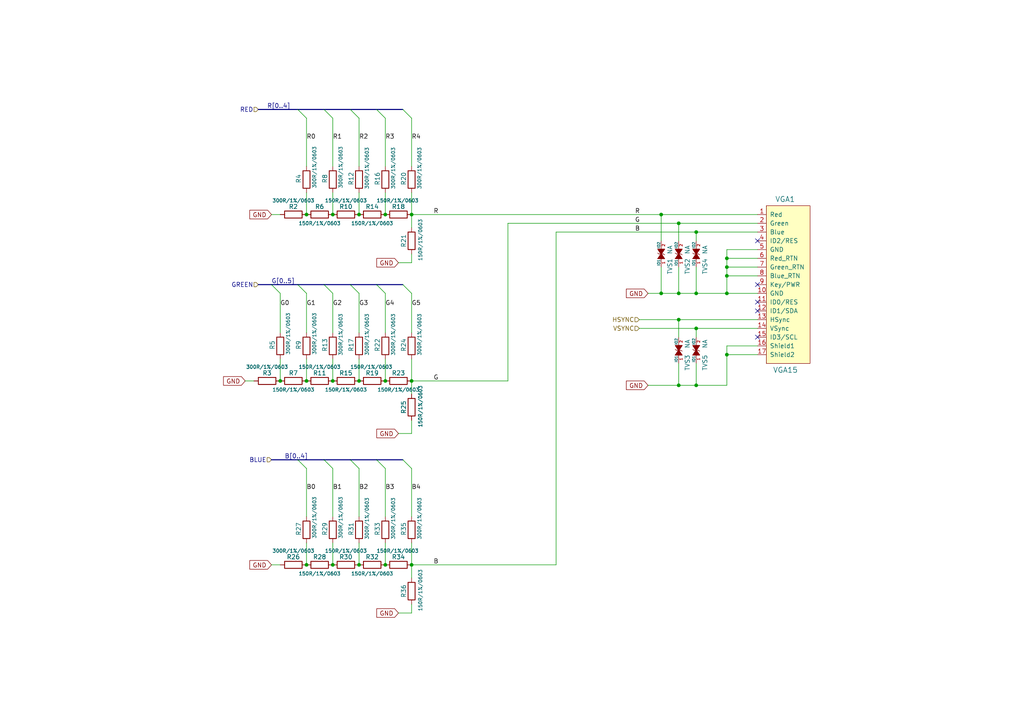
<source format=kicad_sch>
(kicad_sch (version 20231120) (generator "eeschema") (generator_version "8.0")
  (paper "A4")
  (lib_symbols
    (symbol "AgonLight2_Rev_B:GG0402052R542P" (pin_names (offset 0))
      (property "Reference" "TVS" (at -1.27 2.54 0))
      (property "Value" "GG0402052R542P" (at -10.16 -2.54 0))
      (property "Footprint" "OLIMEX_Diodes-FP:D_0402_5MIL_DWS" (at 0 -5.08 0))
      (symbol "GG0402052R542P_0_1"
        (polyline (pts (xy -1.27 -0.635) (xy -1.524 -1.016)))
        (polyline (pts (xy -1.27 -0.635) (xy -1.27 0.635)))
        (polyline (pts (xy -1.27 0.635) (xy -1.016 1.016)))
        (polyline (pts (xy -2.667 1.016) (xy -1.143 0) (xy -2.667 -1.016) (xy -2.667 1.016)) (fill (type outline)))
        (polyline (pts (xy -2.667 1.016) (xy -1.143 0) (xy -2.667 -1.016) (xy -2.667 1.016)) (fill (type outline)))
        (polyline (pts (xy 0.127 -1.016) (xy -1.397 0) (xy 0.127 1.016) (xy 0.127 -1.016)) (fill (type outline)))
        (polyline (pts (xy 0.127 -1.016) (xy -1.397 0) (xy 0.127 1.016) (xy 0.127 -1.016)) (fill (type outline)))
      )
      (symbol "GG0402052R542P_1_1"
        (pin passive line (at -5.08 0 0) (length 2.54) (name "IO1") (number "1"))
        (pin passive line (at 2.54 0 180) (length 2.54) (name "IO2") (number "2"))
      )
    )
    (symbol "AgonLight2_Rev_B:R" (pin_numbers hide) (pin_names (offset 0))
      (property "Reference" "R" (at 0 2.032 0))
      (property "Value" "R" (at 0 0 0))
      (symbol "R_0_1"
        (rectangle (start 2.54 -1.016) (end -2.54 1.016) (stroke (width 0.254)))
      )
      (symbol "R_1_1"
        (pin passive line (at -3.81 0 0) (length 1.27) (name "~") (number "1"))
        (pin passive line (at 3.81 0 180) (length 1.27) (name "~") (number "2"))
      )
    )
    (symbol "AgonLight2_Rev_B:VGA15-F(CD0515S21J0)" (pin_names (offset 1.016))
      (property "Reference" "VGA" (at 0 25.4 0))
      (property "Value" "VGA15-F(CD0515S21J0)" (at 2.54 -25.4 0))
      (symbol "VGA15-F(CD0515S21J0)_0_1"
        (rectangle (start -5.08 22.86) (end 7.62 -22.86) (fill (type background)))
      )
      (symbol "VGA15-F(CD0515S21J0)_1_1"
        (pin bidirectional line (at -7.62 20.32 0) (length 2.54) (name "Red") (number "1"))
        (pin power_in line (at -7.62 -2.54 0) (length 2.54) (name "GND") (number "10"))
        (pin bidirectional line (at -7.62 -5.08 0) (length 2.54) (name "ID0/RES") (number "11"))
        (pin bidirectional line (at -7.62 -7.62 0) (length 2.54) (name "ID1/SDA") (number "12"))
        (pin bidirectional line (at -7.62 -10.16 0) (length 2.54) (name "HSync") (number "13"))
        (pin bidirectional line (at -7.62 -12.7 0) (length 2.54) (name "VSync") (number "14"))
        (pin bidirectional line (at -7.62 -15.24 0) (length 2.54) (name "ID3/SCL") (number "15"))
        (pin input line (at -7.62 -17.78 0) (length 2.54) (name "Shield1") (number "16"))
        (pin input line (at -7.62 -20.32 0) (length 2.54) (name "Shield2") (number "17"))
        (pin bidirectional line (at -7.62 17.78 0) (length 2.54) (name "Green") (number "2"))
        (pin bidirectional line (at -7.62 15.24 0) (length 2.54) (name "Blue") (number "3"))
        (pin bidirectional line (at -7.62 12.7 0) (length 2.54) (name "ID2/RES") (number "4"))
        (pin power_in line (at -7.62 10.16 0) (length 2.54) (name "GND") (number "5"))
        (pin input line (at -7.62 7.62 0) (length 2.54) (name "Red_RTN") (number "6"))
        (pin input line (at -7.62 5.08 0) (length 2.54) (name "Green_RTN") (number "7"))
        (pin input line (at -7.62 2.54 0) (length 2.54) (name "Blue_RTN") (number "8"))
        (pin input line (at -7.62 0 0) (length 2.54) (name "Key/PWR") (number "9"))
      )
    )
  )
  (junction (at 210.82 74.93))
  (junction (at 111.76 62.23))
  (junction (at 191.77 62.23))
  (junction (at 196.85 111.76))
  (junction (at 111.76 110.49))
  (junction (at 210.82 102.87))
  (junction (at 96.52 62.23))
  (junction (at 201.93 111.76))
  (junction (at 104.14 110.49))
  (junction (at 104.14 163.83))
  (junction (at 210.82 80.01))
  (junction (at 196.85 85.09))
  (junction (at 96.52 110.49))
  (junction (at 88.9 62.23))
  (junction (at 88.9 110.49))
  (junction (at 88.9 163.83))
  (junction (at 201.93 85.09))
  (junction (at 96.52 163.83))
  (junction (at 210.82 77.47))
  (junction (at 104.14 62.23))
  (junction (at 81.28 110.49))
  (junction (at 119.38 163.83))
  (junction (at 119.38 110.49))
  (junction (at 196.85 64.77))
  (junction (at 191.77 85.09))
  (junction (at 201.93 95.25))
  (junction (at 196.85 92.71))
  (junction (at 210.82 85.09))
  (junction (at 201.93 67.31))
  (junction (at 119.38 62.23))
  (junction (at 111.76 163.83))
  (no_connect (at 219.71 97.79))
  (no_connect (at 219.71 87.63))
  (no_connect (at 219.71 82.55))
  (no_connect (at 219.71 90.17))
  (no_connect (at 219.71 69.85))
  (bus_entry (at 109.22 133.35) (size 2.54 2.54))
  (bus_entry (at 93.98 31.75) (size 2.54 2.54))
  (bus_entry (at 93.98 133.35) (size 2.54 2.54))
  (bus_entry (at 86.36 133.35) (size 2.54 2.54))
  (bus_entry (at 116.84 31.75) (size 2.54 2.54))
  (bus_entry (at 101.6 133.35) (size 2.54 2.54))
  (bus_entry (at 116.84 82.55) (size 2.54 2.54))
  (bus_entry (at 101.6 82.55) (size 2.54 2.54))
  (bus_entry (at 86.36 82.55) (size 2.54 2.54))
  (bus_entry (at 116.84 133.35) (size 2.54 2.54))
  (bus_entry (at 109.22 31.75) (size 2.54 2.54))
  (bus_entry (at 86.36 31.75) (size 2.54 2.54))
  (bus_entry (at 93.98 82.55) (size 2.54 2.54))
  (bus_entry (at 101.6 31.75) (size 2.54 2.54))
  (bus_entry (at 109.22 82.55) (size 2.54 2.54))
  (bus_entry (at 78.74 82.55) (size 2.54 2.54))
  (bus (pts (xy 86.36 82.55) (xy 93.98 82.55)))
  (wire (pts (xy 147.32 64.77) (xy 196.85 64.77)))
  (wire (pts (xy 73.66 110.49) (xy 71.12 110.49)))
  (wire (pts (xy 96.52 135.89) (xy 96.52 149.86)))
  (wire (pts (xy 196.85 97.79) (xy 196.85 92.71)))
  (wire (pts (xy 210.82 102.87) (xy 210.82 111.76)))
  (wire (pts (xy 219.71 92.71) (xy 196.85 92.71)))
  (bus (pts (xy 101.6 82.55) (xy 109.22 82.55)))
  (wire (pts (xy 219.71 95.25) (xy 201.93 95.25)))
  (wire (pts (xy 201.93 85.09) (xy 210.82 85.09)))
  (wire (pts (xy 210.82 80.01) (xy 210.82 85.09)))
  (wire (pts (xy 210.82 74.93) (xy 219.71 74.93)))
  (wire (pts (xy 191.77 69.85) (xy 191.77 62.23)))
  (wire (pts (xy 210.82 100.33) (xy 219.71 100.33)))
  (wire (pts (xy 161.29 67.31) (xy 201.93 67.31)))
  (wire (pts (xy 111.76 104.14) (xy 111.76 110.49)))
  (wire (pts (xy 96.52 104.14) (xy 96.52 110.49)))
  (bus (pts (xy 109.22 82.55) (xy 116.84 82.55)))
  (wire (pts (xy 119.38 85.09) (xy 119.38 96.52)))
  (wire (pts (xy 88.9 135.89) (xy 88.9 149.86)))
  (wire (pts (xy 191.77 85.09) (xy 196.85 85.09)))
  (wire (pts (xy 111.76 55.88) (xy 111.76 62.23)))
  (wire (pts (xy 191.77 77.47) (xy 191.77 85.09)))
  (wire (pts (xy 96.52 34.29) (xy 96.52 48.26)))
  (wire (pts (xy 196.85 64.77) (xy 219.71 64.77)))
  (wire (pts (xy 88.9 85.09) (xy 88.9 96.52)))
  (wire (pts (xy 119.38 104.14) (xy 119.38 110.49)))
  (wire (pts (xy 210.82 102.87) (xy 219.71 102.87)))
  (wire (pts (xy 119.38 163.83) (xy 161.29 163.83)))
  (wire (pts (xy 210.82 74.93) (xy 210.82 77.47)))
  (wire (pts (xy 104.14 55.88) (xy 104.14 62.23)))
  (wire (pts (xy 81.28 85.09) (xy 81.28 96.52)))
  (wire (pts (xy 104.14 34.29) (xy 104.14 48.26)))
  (wire (pts (xy 88.9 55.88) (xy 88.9 62.23)))
  (bus (pts (xy 86.36 133.35) (xy 93.98 133.35)))
  (wire (pts (xy 161.29 67.31) (xy 161.29 163.83)))
  (bus (pts (xy 101.6 133.35) (xy 109.22 133.35)))
  (wire (pts (xy 196.85 77.47) (xy 196.85 85.09)))
  (wire (pts (xy 115.57 76.2) (xy 119.38 76.2)))
  (wire (pts (xy 187.96 85.09) (xy 191.77 85.09)))
  (wire (pts (xy 119.38 55.88) (xy 119.38 62.23)))
  (wire (pts (xy 210.82 85.09) (xy 219.71 85.09)))
  (wire (pts (xy 104.14 85.09) (xy 104.14 96.52)))
  (wire (pts (xy 115.57 177.8) (xy 119.38 177.8)))
  (wire (pts (xy 96.52 85.09) (xy 96.52 96.52)))
  (wire (pts (xy 187.96 111.76) (xy 196.85 111.76)))
  (wire (pts (xy 88.9 157.48) (xy 88.9 163.83)))
  (wire (pts (xy 210.82 72.39) (xy 219.71 72.39)))
  (wire (pts (xy 119.38 157.48) (xy 119.38 163.83)))
  (wire (pts (xy 219.71 67.31) (xy 201.93 67.31)))
  (wire (pts (xy 81.28 163.83) (xy 78.74 163.83)))
  (wire (pts (xy 201.93 111.76) (xy 210.82 111.76)))
  (wire (pts (xy 115.57 125.73) (xy 119.38 125.73)))
  (wire (pts (xy 119.38 34.29) (xy 119.38 48.26)))
  (wire (pts (xy 210.82 100.33) (xy 210.82 102.87)))
  (wire (pts (xy 81.28 104.14) (xy 81.28 110.49)))
  (wire (pts (xy 201.93 77.47) (xy 201.93 85.09)))
  (wire (pts (xy 210.82 77.47) (xy 219.71 77.47)))
  (bus (pts (xy 93.98 82.55) (xy 101.6 82.55)))
  (wire (pts (xy 119.38 135.89) (xy 119.38 149.86)))
  (wire (pts (xy 88.9 34.29) (xy 88.9 48.26)))
  (wire (pts (xy 196.85 85.09) (xy 201.93 85.09)))
  (wire (pts (xy 210.82 77.47) (xy 210.82 80.01)))
  (bus (pts (xy 74.93 82.55) (xy 78.74 82.55)))
  (wire (pts (xy 119.38 73.66) (xy 119.38 76.2)))
  (wire (pts (xy 196.85 69.85) (xy 196.85 64.77)))
  (wire (pts (xy 119.38 167.64) (xy 119.38 163.83)))
  (wire (pts (xy 119.38 110.49) (xy 147.32 110.49)))
  (bus (pts (xy 101.6 31.75) (xy 109.22 31.75)))
  (wire (pts (xy 210.82 80.01) (xy 219.71 80.01)))
  (wire (pts (xy 119.38 121.92) (xy 119.38 125.73)))
  (wire (pts (xy 201.93 97.79) (xy 201.93 95.25)))
  (bus (pts (xy 109.22 133.35) (xy 116.84 133.35)))
  (wire (pts (xy 104.14 104.14) (xy 104.14 110.49)))
  (wire (pts (xy 111.76 85.09) (xy 111.76 96.52)))
  (bus (pts (xy 93.98 31.75) (xy 101.6 31.75)))
  (wire (pts (xy 88.9 104.14) (xy 88.9 110.49)))
  (bus (pts (xy 74.93 31.75) (xy 86.36 31.75)))
  (bus (pts (xy 93.98 133.35) (xy 101.6 133.35)))
  (wire (pts (xy 201.93 69.85) (xy 201.93 67.31)))
  (bus (pts (xy 109.22 31.75) (xy 116.84 31.75)))
  (bus (pts (xy 78.74 82.55) (xy 86.36 82.55)))
  (wire (pts (xy 210.82 72.39) (xy 210.82 74.93)))
  (bus (pts (xy 78.74 133.35) (xy 86.36 133.35)))
  (wire (pts (xy 185.42 95.25) (xy 201.93 95.25)))
  (wire (pts (xy 111.76 157.48) (xy 111.76 163.83)))
  (wire (pts (xy 196.85 92.71) (xy 185.42 92.71)))
  (wire (pts (xy 201.93 105.41) (xy 201.93 111.76)))
  (wire (pts (xy 81.28 62.23) (xy 78.74 62.23)))
  (bus (pts (xy 86.36 31.75) (xy 93.98 31.75)))
  (wire (pts (xy 219.71 62.23) (xy 191.77 62.23)))
  (wire (pts (xy 96.52 55.88) (xy 96.52 62.23)))
  (wire (pts (xy 196.85 111.76) (xy 201.93 111.76)))
  (wire (pts (xy 104.14 157.48) (xy 104.14 163.83)))
  (wire (pts (xy 104.14 135.89) (xy 104.14 149.86)))
  (wire (pts (xy 119.38 177.8) (xy 119.38 175.26)))
  (wire (pts (xy 147.32 64.77) (xy 147.32 110.49)))
  (wire (pts (xy 111.76 34.29) (xy 111.76 48.26)))
  (wire (pts (xy 111.76 135.89) (xy 111.76 149.86)))
  (wire (pts (xy 119.38 114.3) (xy 119.38 110.49)))
  (wire (pts (xy 196.85 105.41) (xy 196.85 111.76)))
  (wire (pts (xy 119.38 66.04) (xy 119.38 62.23)))
  (wire (pts (xy 96.52 157.48) (xy 96.52 163.83)))
  (wire (pts (xy 119.38 62.23) (xy 191.77 62.23)))
  (label "B" (at 184.15 67.31 0))
  (label "R1" (at 96.52 40.64 0))
  (label "G1" (at 88.9 88.9 0))
  (label "R" (at 184.15 62.23 0))
  (label "R2" (at 104.14 40.64 0))
  (label "R3" (at 111.76 40.64 0))
  (label "G0" (at 81.28 88.9 0))
  (label "B1" (at 96.52 142.24 0))
  (label "B4" (at 119.38 142.24 0))
  (label "G2" (at 96.52 88.9 0))
  (label "G" (at 184.15 64.77 0))
  (label "B" (at 125.73 163.83 0))
  (label "B[0..4]" (at 82.55 133.35 0))
  (label "B2" (at 104.14 142.24 0))
  (label "G5" (at 119.38 88.9 0))
  (label "R0" (at 88.9 40.64 0))
  (label "R4" (at 119.38 40.64 0))
  (label "R" (at 125.73 62.23 0))
  (label "G[0..5]" (at 78.74 82.55 0))
  (label "R[0..4]" (at 77.47 31.75 0))
  (label "G" (at 125.73 110.49 0))
  (label "B3" (at 111.76 142.24 0))
  (label "B0" (at 88.9 142.24 0))
  (label "G4" (at 111.76 88.9 0))
  (label "G3" (at 104.14 88.9 0))
  (global_label "GND" (shape input) (at 187.96 85.09 180) (property "Intersheetrefs" "${INTERSHEET_REFS}" (effects (hide yes))))
  (global_label "GND" (shape input) (at 115.57 177.8 180) (property "Intersheetrefs" "${INTERSHEET_REFS}" (effects (hide yes))))
  (global_label "GND" (shape input) (at 71.12 110.49 180) (property "Intersheetrefs" "${INTERSHEET_REFS}" (effects (hide yes))))
  (global_label "GND" (shape input) (at 78.74 163.83 180) (property "Intersheetrefs" "${INTERSHEET_REFS}" (effects (hide yes))))
  (global_label "GND" (shape input) (at 115.57 76.2 180) (property "Intersheetrefs" "${INTERSHEET_REFS}" (effects (hide yes))))
  (global_label "GND" (shape input) (at 115.57 125.73 180) (property "Intersheetrefs" "${INTERSHEET_REFS}" (effects (hide yes))))
  (global_label "GND" (shape input) (at 187.96 111.76 180) (property "Intersheetrefs" "${INTERSHEET_REFS}" (effects (hide yes))))
  (global_label "GND" (shape input) (at 78.74 62.23 180) (property "Intersheetrefs" "${INTERSHEET_REFS}" (effects (hide yes))))
  (hierarchical_label "RED" (shape input) (at 74.93 31.75 180))
  (hierarchical_label "HSYNC" (shape input) (at 185.42 92.71 180))
  (hierarchical_label "BLUE" (shape input) (at 78.74 133.35 180))
  (hierarchical_label "VSYNC" (shape input) (at 185.42 95.25 180))
  (hierarchical_label "GREEN" (shape input) (at 74.93 82.55 180))
  (symbol (lib_id "AgonLight2_Rev_B:R") (at 119.38 52.07 90) (unit 1)
    (property "Reference" "R20" (at 117.094 51.816 0))
    (property "Value" "300R/1%/0603" (at 121.666 48.768 0) (effects (font (size 1.016 1.016))))
    (property "Footprint" "OLIMEX_RLC-FP:R_0603_5MIL_DWS" (effects (hide yes)))
  )
  (symbol (lib_id "AgonLight2_Rev_B:R") (at 77.47 110.49 0) (unit 1)
    (property "Reference" "R3" (at 77.47 108.204 0))
    (property "Value" "300R/1%/0603" (at 77.47 106.426 0) (effects (font (size 1.016 1.016))))
    (property "Footprint" "OLIMEX_RLC-FP:R_0603_5MIL_DWS" (effects (hide yes)))
  )
  (symbol (lib_id "AgonLight2_Rev_B:GG0402052R542P") (at 196.85 72.39 90) (unit 1)
    (property "Reference" "TVS2" (at 199.39 74.93 0) (effects (justify right)))
    (property "Value" "NA" (at 199.39 71.12 0) (effects (justify right)))
    (property "Footprint" "OLIMEX_Diodes-FP:D_0402_5MIL_DWS" (effects (hide yes)))
  )
  (symbol (lib_id "AgonLight2_Rev_B:R") (at 81.28 100.33 90) (unit 1)
    (property "Reference" "R5" (at 78.994 100.076 0))
    (property "Value" "300R/1%/0603" (at 83.566 96.774 0) (effects (font (size 1.016 1.016))))
    (property "Footprint" "OLIMEX_RLC-FP:R_0603_5MIL_DWS" (effects (hide yes)))
  )
  (symbol (lib_id "AgonLight2_Rev_B:R") (at 111.76 153.67 90) (unit 1)
    (property "Reference" "R33" (at 109.474 153.416 0))
    (property "Value" "300R/1%/0603" (at 114.046 150.368 0) (effects (font (size 1.016 1.016))))
    (property "Footprint" "OLIMEX_RLC-FP:R_0603_5MIL_DWS" (effects (hide yes)))
  )
  (symbol (lib_id "AgonLight2_Rev_B:R") (at 96.52 52.07 90) (unit 1)
    (property "Reference" "R8" (at 94.234 51.816 0))
    (property "Value" "300R/1%/0603" (at 98.806 48.514 0) (effects (font (size 1.016 1.016))))
    (property "Footprint" "OLIMEX_RLC-FP:R_0603_5MIL_DWS" (effects (hide yes)))
  )
  (symbol (lib_id "AgonLight2_Rev_B:R") (at 85.09 163.83 0) (unit 1)
    (property "Reference" "R26" (at 85.09 161.544 0))
    (property "Value" "300R/1%/0603" (at 85.09 159.766 0) (effects (font (size 1.016 1.016))))
    (property "Footprint" "OLIMEX_RLC-FP:R_0603_5MIL_DWS" (effects (hide yes)))
  )
  (symbol (lib_id "AgonLight2_Rev_B:R") (at 85.09 62.23 0) (unit 1)
    (property "Reference" "R2" (at 85.09 59.944 0))
    (property "Value" "300R/1%/0603" (at 85.09 58.166 0) (effects (font (size 1.016 1.016))))
    (property "Footprint" "OLIMEX_RLC-FP:R_0603_5MIL_DWS" (effects (hide yes)))
  )
  (symbol (lib_id "AgonLight2_Rev_B:R") (at 107.95 110.49 0) (unit 1)
    (property "Reference" "R19" (at 107.95 108.204 0))
    (property "Value" "150R/1%/0603" (at 107.696 106.426 0) (effects (font (size 1.016 1.016))))
    (property "Footprint" "OLIMEX_RLC-FP:R_0603_5MIL_DWS" (effects (hide yes)))
  )
  (symbol (lib_id "AgonLight2_Rev_B:R") (at 100.33 62.23 0) (unit 1)
    (property "Reference" "R10" (at 100.33 59.944 0))
    (property "Value" "150R/1%/0603" (at 100.33 58.166 0) (effects (font (size 1.016 1.016))))
    (property "Footprint" "OLIMEX_RLC-FP:R_0603_5MIL_DWS" (effects (hide yes)))
  )
  (symbol (lib_id "AgonLight2_Rev_B:R") (at 115.57 62.23 0) (unit 1)
    (property "Reference" "R18" (at 115.57 59.944 0))
    (property "Value" "150R/1%/0603" (at 115.316 58.166 0) (effects (font (size 1.016 1.016))))
    (property "Footprint" "OLIMEX_RLC-FP:R_0603_5MIL_DWS" (effects (hide yes)))
  )
  (symbol (lib_id "AgonLight2_Rev_B:R") (at 96.52 100.33 90) (unit 1)
    (property "Reference" "R13" (at 94.234 100.076 0))
    (property "Value" "300R/1%/0603" (at 98.806 97.028 0) (effects (font (size 1.016 1.016))))
    (property "Footprint" "OLIMEX_RLC-FP:R_0603_5MIL_DWS" (effects (hide yes)))
  )
  (symbol (lib_id "AgonLight2_Rev_B:R") (at 92.71 62.23 0) (unit 1)
    (property "Reference" "R6" (at 92.71 59.944 0))
    (property "Value" "150R/1%/0603" (at 92.71 64.77 0) (effects (font (size 1.016 1.016))))
    (property "Footprint" "OLIMEX_RLC-FP:R_0603_5MIL_DWS" (effects (hide yes)))
  )
  (symbol (lib_id "AgonLight2_Rev_B:R") (at 92.71 163.83 0) (unit 1)
    (property "Reference" "R28" (at 92.71 161.544 0))
    (property "Value" "150R/1%/0603" (at 92.71 166.37 0) (effects (font (size 1.016 1.016))))
    (property "Footprint" "OLIMEX_RLC-FP:R_0603_5MIL_DWS" (effects (hide yes)))
  )
  (symbol (lib_id "AgonLight2_Rev_B:R") (at 119.38 118.11 90) (unit 1)
    (property "Reference" "R25" (at 117.094 118.11 0))
    (property "Value" "150R/1%/0603" (at 121.92 117.856 0) (effects (font (size 1.016 1.016))))
    (property "Footprint" "OLIMEX_RLC-FP:R_0603_5MIL_DWS" (effects (hide yes)))
  )
  (symbol (lib_id "AgonLight2_Rev_B:R") (at 88.9 153.67 90) (unit 1)
    (property "Reference" "R27" (at 86.614 153.416 0))
    (property "Value" "300R/1%/0603" (at 91.186 150.114 0) (effects (font (size 1.016 1.016))))
    (property "Footprint" "OLIMEX_RLC-FP:R_0603_5MIL_DWS" (effects (hide yes)))
  )
  (symbol (lib_id "AgonLight2_Rev_B:R") (at 107.95 163.83 0) (unit 1)
    (property "Reference" "R32" (at 107.95 161.544 0))
    (property "Value" "150R/1%/0603" (at 107.95 166.37 0) (effects (font (size 1.016 1.016))))
    (property "Footprint" "OLIMEX_RLC-FP:R_0603_5MIL_DWS" (effects (hide yes)))
  )
  (symbol (lib_id "AgonLight2_Rev_B:R") (at 115.57 163.83 0) (unit 1)
    (property "Reference" "R34" (at 115.57 161.544 0))
    (property "Value" "150R/1%/0603" (at 115.316 159.766 0) (effects (font (size 1.016 1.016))))
    (property "Footprint" "OLIMEX_RLC-FP:R_0603_5MIL_DWS" (effects (hide yes)))
  )
  (symbol (lib_id "AgonLight2_Rev_B:R") (at 119.38 100.33 90) (unit 1)
    (property "Reference" "R24" (at 117.094 100.076 0))
    (property "Value" "300R/1%/0603" (at 121.666 97.028 0) (effects (font (size 1.016 1.016))))
    (property "Footprint" "OLIMEX_RLC-FP:R_0603_5MIL_DWS" (effects (hide yes)))
  )
  (symbol (lib_id "AgonLight2_Rev_B:VGA15-F(CD0515S21J0)") (at 227.33 82.55 0) (unit 1)
    (property "Reference" "VGA1" (at 224.79 57.785 0) (effects (font (size 1.524 1.524)) (justify left)))
    (property "Value" "VGA15" (at 224.155 107.315 0) (effects (font (size 1.524 1.524)) (justify left)))
    (property "Footprint" "OLIMEX_Connectors-FP:VGA15-F(CD0515S21J0)" (effects (hide yes)))
  )
  (symbol (lib_id "AgonLight2_Rev_B:R") (at 107.95 62.23 0) (unit 1)
    (property "Reference" "R14" (at 107.95 59.944 0))
    (property "Value" "150R/1%/0603" (at 107.95 64.77 0) (effects (font (size 1.016 1.016))))
    (property "Footprint" "OLIMEX_RLC-FP:R_0603_5MIL_DWS" (effects (hide yes)))
  )
  (symbol (lib_id "AgonLight2_Rev_B:R") (at 115.57 110.49 0) (unit 1)
    (property "Reference" "R23" (at 115.57 108.204 0))
    (property "Value" "150R/1%/0603" (at 115.57 113.03 0) (effects (font (size 1.016 1.016))))
    (property "Footprint" "OLIMEX_RLC-FP:R_0603_5MIL_DWS" (effects (hide yes)))
  )
  (symbol (lib_id "AgonLight2_Rev_B:R") (at 96.52 153.67 90) (unit 1)
    (property "Reference" "R29" (at 94.234 153.416 0))
    (property "Value" "300R/1%/0603" (at 98.806 150.114 0) (effects (font (size 1.016 1.016))))
    (property "Footprint" "OLIMEX_RLC-FP:R_0603_5MIL_DWS" (effects (hide yes)))
  )
  (symbol (lib_id "AgonLight2_Rev_B:R") (at 111.76 52.07 90) (unit 1)
    (property "Reference" "R16" (at 109.474 51.816 0))
    (property "Value" "300R/1%/0603" (at 114.046 48.768 0) (effects (font (size 1.016 1.016))))
    (property "Footprint" "OLIMEX_RLC-FP:R_0603_5MIL_DWS" (effects (hide yes)))
  )
  (symbol (lib_id "AgonLight2_Rev_B:GG0402052R542P") (at 191.77 72.39 90) (unit 1)
    (property "Reference" "TVS1" (at 194.31 74.93 0) (effects (justify right)))
    (property "Value" "NA" (at 194.31 71.12 0) (effects (justify right)))
    (property "Footprint" "OLIMEX_Diodes-FP:D_0402_5MIL_DWS" (effects (hide yes)))
  )
  (symbol (lib_id "AgonLight2_Rev_B:R") (at 92.71 110.49 0) (unit 1)
    (property "Reference" "R11" (at 92.71 108.204 0))
    (property "Value" "150R/1%/0603" (at 92.71 106.426 0) (effects (font (size 1.016 1.016))))
    (property "Footprint" "OLIMEX_RLC-FP:R_0603_5MIL_DWS" (effects (hide yes)))
  )
  (symbol (lib_id "AgonLight2_Rev_B:R") (at 100.33 163.83 0) (unit 1)
    (property "Reference" "R30" (at 100.33 161.544 0))
    (property "Value" "150R/1%/0603" (at 100.33 159.766 0) (effects (font (size 1.016 1.016))))
    (property "Footprint" "OLIMEX_RLC-FP:R_0603_5MIL_DWS" (effects (hide yes)))
  )
  (symbol (lib_id "AgonLight2_Rev_B:R") (at 111.76 100.33 90) (unit 1)
    (property "Reference" "R22" (at 109.474 100.076 0))
    (property "Value" "300R/1%/0603" (at 114.046 97.028 0) (effects (font (size 1.016 1.016))))
    (property "Footprint" "OLIMEX_RLC-FP:R_0603_5MIL_DWS" (effects (hide yes)))
  )
  (symbol (lib_id "AgonLight2_Rev_B:R") (at 88.9 100.33 90) (unit 1)
    (property "Reference" "R9" (at 86.614 100.076 0))
    (property "Value" "300R/1%/0603" (at 91.186 96.774 0) (effects (font (size 1.016 1.016))))
    (property "Footprint" "OLIMEX_RLC-FP:R_0603_5MIL_DWS" (effects (hide yes)))
  )
  (symbol (lib_id "AgonLight2_Rev_B:R") (at 119.38 171.45 90) (unit 1)
    (property "Reference" "R36" (at 117.094 171.45 0))
    (property "Value" "150R/1%/0603" (at 121.92 171.196 0) (effects (font (size 1.016 1.016))))
    (property "Footprint" "OLIMEX_RLC-FP:R_0603_5MIL_DWS" (effects (hide yes)))
  )
  (symbol (lib_id "AgonLight2_Rev_B:R") (at 104.14 52.07 90) (unit 1)
    (property "Reference" "R12" (at 101.854 51.816 0))
    (property "Value" "300R/1%/0603" (at 106.426 48.768 0) (effects (font (size 1.016 1.016))))
    (property "Footprint" "OLIMEX_RLC-FP:R_0603_5MIL_DWS" (effects (hide yes)))
  )
  (symbol (lib_id "AgonLight2_Rev_B:GG0402052R542P") (at 201.93 72.39 90) (unit 1)
    (property "Reference" "TVS4" (at 204.47 74.93 0) (effects (justify right)))
    (property "Value" "NA" (at 204.47 71.12 0) (effects (justify right)))
    (property "Footprint" "OLIMEX_Diodes-FP:D_0402_5MIL_DWS" (effects (hide yes)))
  )
  (symbol (lib_id "AgonLight2_Rev_B:R") (at 119.38 69.85 90) (unit 1)
    (property "Reference" "R21" (at 117.094 69.85 0))
    (property "Value" "150R/1%/0603" (at 121.92 69.596 0) (effects (font (size 1.016 1.016))))
    (property "Footprint" "OLIMEX_RLC-FP:R_0603_5MIL_DWS" (effects (hide yes)))
  )
  (symbol (lib_id "AgonLight2_Rev_B:R") (at 119.38 153.67 90) (unit 1)
    (property "Reference" "R35" (at 117.094 153.416 0))
    (property "Value" "300R/1%/0603" (at 121.666 150.368 0) (effects (font (size 1.016 1.016))))
    (property "Footprint" "OLIMEX_RLC-FP:R_0603_5MIL_DWS" (effects (hide yes)))
  )
  (symbol (lib_id "AgonLight2_Rev_B:GG0402052R542P") (at 201.93 100.33 90) (unit 1)
    (property "Reference" "TVS5" (at 204.47 102.87 0) (effects (justify right)))
    (property "Value" "NA" (at 204.47 98.425 0) (effects (justify right)))
    (property "Footprint" "OLIMEX_Diodes-FP:D_0402_5MIL_DWS" (effects (hide yes)))
  )
  (symbol (lib_id "AgonLight2_Rev_B:R") (at 85.09 110.49 0) (unit 1)
    (property "Reference" "R7" (at 85.09 108.204 0))
    (property "Value" "150R/1%/0603" (at 85.09 113.03 0) (effects (font (size 1.016 1.016))))
    (property "Footprint" "OLIMEX_RLC-FP:R_0603_5MIL_DWS" (effects (hide yes)))
  )
  (symbol (lib_id "AgonLight2_Rev_B:GG0402052R542P") (at 196.85 100.33 90) (unit 1)
    (property "Reference" "TVS3" (at 199.39 102.87 0) (effects (justify right)))
    (property "Value" "NA" (at 199.39 98.425 0) (effects (justify right)))
    (property "Footprint" "OLIMEX_Diodes-FP:D_0402_5MIL_DWS" (effects (hide yes)))
  )
  (symbol (lib_id "AgonLight2_Rev_B:R") (at 104.14 100.33 90) (unit 1)
    (property "Reference" "R17" (at 101.854 100.076 0))
    (property "Value" "300R/1%/0603" (at 106.426 97.028 0) (effects (font (size 1.016 1.016))))
    (property "Footprint" "OLIMEX_RLC-FP:R_0603_5MIL_DWS" (effects (hide yes)))
  )
  (symbol (lib_id "AgonLight2_Rev_B:R") (at 104.14 153.67 90) (unit 1)
    (property "Reference" "R31" (at 101.854 153.416 0))
    (property "Value" "300R/1%/0603" (at 106.426 150.368 0) (effects (font (size 1.016 1.016))))
    (property "Footprint" "OLIMEX_RLC-FP:R_0603_5MIL_DWS" (effects (hide yes)))
  )
  (symbol (lib_id "AgonLight2_Rev_B:R") (at 100.33 110.49 0) (unit 1)
    (property "Reference" "R15" (at 100.33 108.204 0))
    (property "Value" "150R/1%/0603" (at 100.33 113.03 0) (effects (font (size 1.016 1.016))))
    (property "Footprint" "OLIMEX_RLC-FP:R_0603_5MIL_DWS" (effects (hide yes)))
  )
  (symbol (lib_id "AgonLight2_Rev_B:R") (at 88.9 52.07 90) (unit 1)
    (property "Reference" "R4" (at 86.614 51.816 0))
    (property "Value" "300R/1%/0603" (at 91.186 48.514 0) (effects (font (size 1.016 1.016))))
    (property "Footprint" "OLIMEX_RLC-FP:R_0603_5MIL_DWS" (effects (hide yes)))
  )
)
</source>
